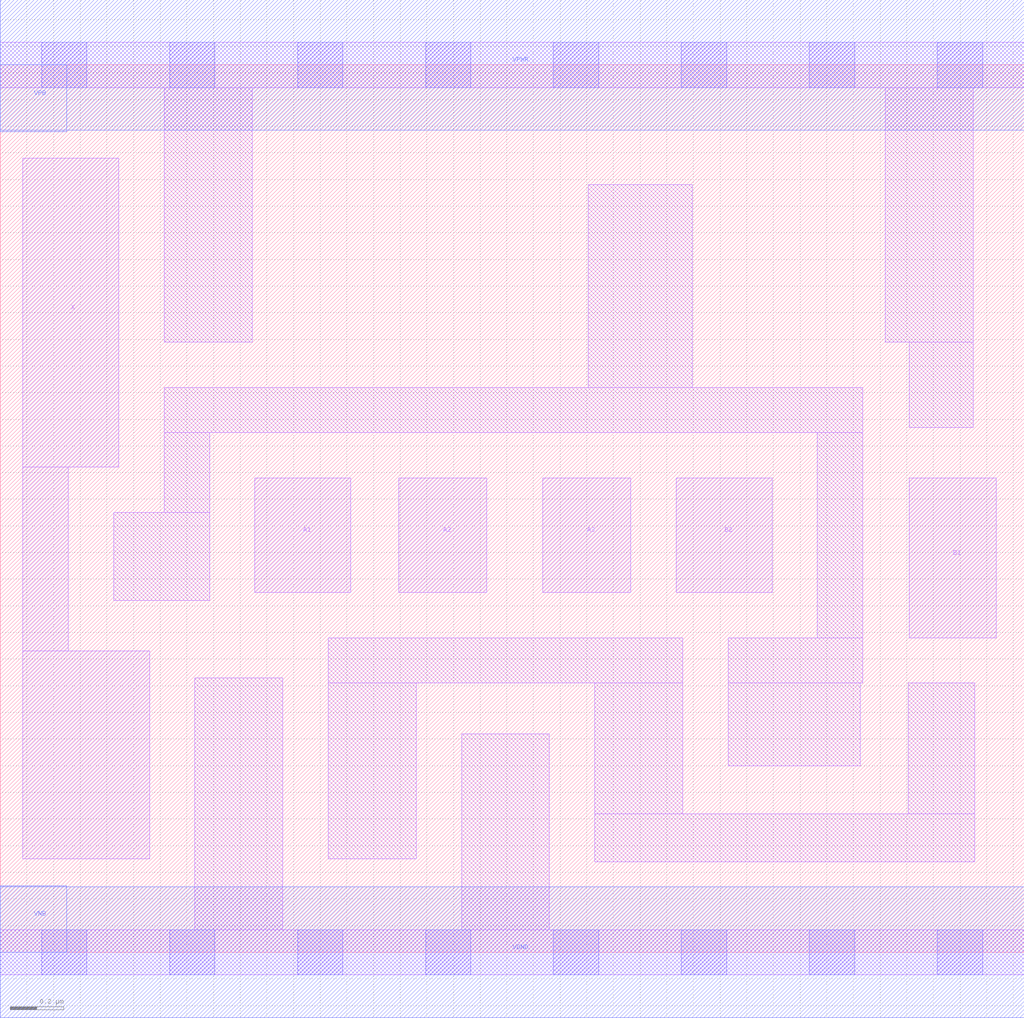
<source format=lef>
# Copyright 2020 The SkyWater PDK Authors
#
# Licensed under the Apache License, Version 2.0 (the "License");
# you may not use this file except in compliance with the License.
# You may obtain a copy of the License at
#
#     https://www.apache.org/licenses/LICENSE-2.0
#
# Unless required by applicable law or agreed to in writing, software
# distributed under the License is distributed on an "AS IS" BASIS,
# WITHOUT WARRANTIES OR CONDITIONS OF ANY KIND, either express or implied.
# See the License for the specific language governing permissions and
# limitations under the License.
#
# SPDX-License-Identifier: Apache-2.0

VERSION 5.5 ;
NAMESCASESENSITIVE ON ;
BUSBITCHARS "[]" ;
DIVIDERCHAR "/" ;
MACRO sky130_fd_sc_ms__o32a_1
  CLASS CORE ;
  SOURCE USER ;
  ORIGIN  0.000000  0.000000 ;
  SIZE  3.840000 BY  3.330000 ;
  SYMMETRY X Y ;
  SITE unit ;
  PIN A1
    ANTENNAGATEAREA  0.246000 ;
    DIRECTION INPUT ;
    USE SIGNAL ;
    PORT
      LAYER li1 ;
        RECT 0.955000 1.350000 1.315000 1.780000 ;
    END
  END A1
  PIN A2
    ANTENNAGATEAREA  0.246000 ;
    DIRECTION INPUT ;
    USE SIGNAL ;
    PORT
      LAYER li1 ;
        RECT 1.495000 1.350000 1.825000 1.780000 ;
    END
  END A2
  PIN A3
    ANTENNAGATEAREA  0.246000 ;
    DIRECTION INPUT ;
    USE SIGNAL ;
    PORT
      LAYER li1 ;
        RECT 2.035000 1.350000 2.365000 1.780000 ;
    END
  END A3
  PIN B1
    ANTENNAGATEAREA  0.246000 ;
    DIRECTION INPUT ;
    USE SIGNAL ;
    PORT
      LAYER li1 ;
        RECT 3.410000 1.180000 3.735000 1.780000 ;
    END
  END B1
  PIN B2
    ANTENNAGATEAREA  0.246000 ;
    DIRECTION INPUT ;
    USE SIGNAL ;
    PORT
      LAYER li1 ;
        RECT 2.535000 1.350000 2.895000 1.780000 ;
    END
  END B2
  PIN X
    ANTENNADIFFAREA  0.541300 ;
    DIRECTION OUTPUT ;
    USE SIGNAL ;
    PORT
      LAYER li1 ;
        RECT 0.085000 0.350000 0.560000 1.130000 ;
        RECT 0.085000 1.130000 0.255000 1.820000 ;
        RECT 0.085000 1.820000 0.445000 2.980000 ;
    END
  END X
  PIN VGND
    DIRECTION INOUT ;
    USE GROUND ;
    PORT
      LAYER met1 ;
        RECT 0.000000 -0.245000 3.840000 0.245000 ;
    END
  END VGND
  PIN VNB
    DIRECTION INOUT ;
    USE GROUND ;
    PORT
    END
  END VNB
  PIN VPB
    DIRECTION INOUT ;
    USE POWER ;
    PORT
    END
  END VPB
  PIN VNB
    DIRECTION INOUT ;
    USE GROUND ;
    PORT
      LAYER met1 ;
        RECT 0.000000 0.000000 0.250000 0.250000 ;
    END
  END VNB
  PIN VPB
    DIRECTION INOUT ;
    USE POWER ;
    PORT
      LAYER met1 ;
        RECT 0.000000 3.080000 0.250000 3.330000 ;
    END
  END VPB
  PIN VPWR
    DIRECTION INOUT ;
    USE POWER ;
    PORT
      LAYER met1 ;
        RECT 0.000000 3.085000 3.840000 3.575000 ;
    END
  END VPWR
  OBS
    LAYER li1 ;
      RECT 0.000000 -0.085000 3.840000 0.085000 ;
      RECT 0.000000  3.245000 3.840000 3.415000 ;
      RECT 0.425000  1.320000 0.785000 1.650000 ;
      RECT 0.615000  1.650000 0.785000 1.950000 ;
      RECT 0.615000  1.950000 3.235000 2.120000 ;
      RECT 0.615000  2.290000 0.945000 3.245000 ;
      RECT 0.730000  0.085000 1.060000 1.030000 ;
      RECT 1.230000  0.350000 1.560000 1.010000 ;
      RECT 1.230000  1.010000 2.560000 1.180000 ;
      RECT 1.730000  0.085000 2.060000 0.820000 ;
      RECT 2.205000  2.120000 2.595000 2.880000 ;
      RECT 2.230000  0.340000 3.655000 0.520000 ;
      RECT 2.230000  0.520000 2.560000 1.010000 ;
      RECT 2.730000  0.700000 3.225000 1.010000 ;
      RECT 2.730000  1.010000 3.235000 1.180000 ;
      RECT 3.065000  1.180000 3.235000 1.950000 ;
      RECT 3.320000  2.290000 3.650000 3.245000 ;
      RECT 3.405000  0.520000 3.655000 1.010000 ;
      RECT 3.410000  1.970000 3.650000 2.290000 ;
    LAYER mcon ;
      RECT 0.155000 -0.085000 0.325000 0.085000 ;
      RECT 0.155000  3.245000 0.325000 3.415000 ;
      RECT 0.635000 -0.085000 0.805000 0.085000 ;
      RECT 0.635000  3.245000 0.805000 3.415000 ;
      RECT 1.115000 -0.085000 1.285000 0.085000 ;
      RECT 1.115000  3.245000 1.285000 3.415000 ;
      RECT 1.595000 -0.085000 1.765000 0.085000 ;
      RECT 1.595000  3.245000 1.765000 3.415000 ;
      RECT 2.075000 -0.085000 2.245000 0.085000 ;
      RECT 2.075000  3.245000 2.245000 3.415000 ;
      RECT 2.555000 -0.085000 2.725000 0.085000 ;
      RECT 2.555000  3.245000 2.725000 3.415000 ;
      RECT 3.035000 -0.085000 3.205000 0.085000 ;
      RECT 3.035000  3.245000 3.205000 3.415000 ;
      RECT 3.515000 -0.085000 3.685000 0.085000 ;
      RECT 3.515000  3.245000 3.685000 3.415000 ;
  END
END sky130_fd_sc_ms__o32a_1
END LIBRARY

</source>
